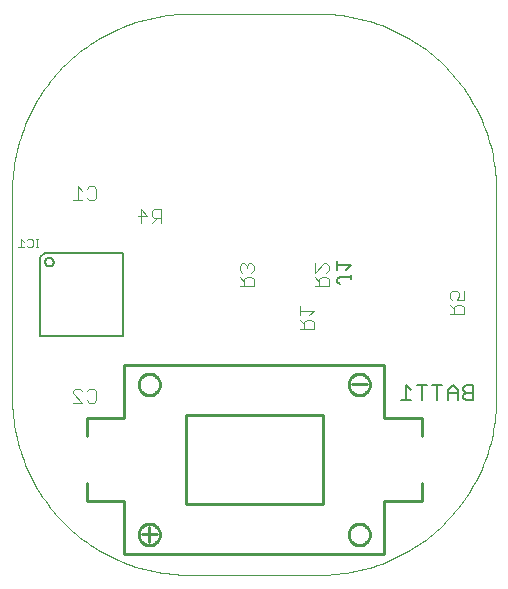
<source format=gbo>
G75*
%MOIN*%
%OFA0B0*%
%FSLAX24Y24*%
%IPPOS*%
%LPD*%
%AMOC8*
5,1,8,0,0,1.08239X$1,22.5*
%
%ADD10C,0.0000*%
%ADD11C,0.0040*%
%ADD12C,0.0060*%
%ADD13C,0.0030*%
%ADD14C,0.0100*%
%ADD15C,0.0070*%
%ADD16C,0.0050*%
D10*
X002589Y006965D02*
X002589Y013855D01*
X002591Y014007D01*
X002597Y014159D01*
X002607Y014311D01*
X002620Y014462D01*
X002638Y014613D01*
X002659Y014764D01*
X002685Y014914D01*
X002714Y015063D01*
X002747Y015212D01*
X002784Y015359D01*
X002824Y015506D01*
X002869Y015651D01*
X002917Y015795D01*
X002969Y015938D01*
X003024Y016080D01*
X003083Y016220D01*
X003146Y016359D01*
X003212Y016496D01*
X003282Y016631D01*
X003355Y016764D01*
X003432Y016895D01*
X003512Y017025D01*
X003595Y017152D01*
X003681Y017277D01*
X003771Y017400D01*
X003864Y017520D01*
X003960Y017638D01*
X004059Y017754D01*
X004161Y017867D01*
X004265Y017977D01*
X004373Y018085D01*
X004483Y018189D01*
X004596Y018291D01*
X004712Y018390D01*
X004830Y018486D01*
X004950Y018579D01*
X005073Y018669D01*
X005198Y018755D01*
X005325Y018838D01*
X005455Y018918D01*
X005586Y018995D01*
X005719Y019068D01*
X005854Y019138D01*
X005991Y019204D01*
X006130Y019267D01*
X006270Y019326D01*
X006412Y019381D01*
X006555Y019433D01*
X006699Y019481D01*
X006844Y019526D01*
X006991Y019566D01*
X007138Y019603D01*
X007287Y019636D01*
X007436Y019665D01*
X007586Y019691D01*
X007737Y019712D01*
X007888Y019730D01*
X008039Y019743D01*
X008191Y019753D01*
X008343Y019759D01*
X008495Y019761D01*
X008495Y019760D02*
X012825Y019760D01*
X012825Y019761D02*
X012977Y019759D01*
X013129Y019753D01*
X013281Y019743D01*
X013432Y019730D01*
X013583Y019712D01*
X013734Y019691D01*
X013884Y019665D01*
X014033Y019636D01*
X014182Y019603D01*
X014329Y019566D01*
X014476Y019526D01*
X014621Y019481D01*
X014765Y019433D01*
X014908Y019381D01*
X015050Y019326D01*
X015190Y019267D01*
X015329Y019204D01*
X015466Y019138D01*
X015601Y019068D01*
X015734Y018995D01*
X015865Y018918D01*
X015995Y018838D01*
X016122Y018755D01*
X016247Y018669D01*
X016370Y018579D01*
X016490Y018486D01*
X016608Y018390D01*
X016724Y018291D01*
X016837Y018189D01*
X016947Y018085D01*
X017055Y017977D01*
X017159Y017867D01*
X017261Y017754D01*
X017360Y017638D01*
X017456Y017520D01*
X017549Y017400D01*
X017639Y017277D01*
X017725Y017152D01*
X017808Y017025D01*
X017888Y016895D01*
X017965Y016764D01*
X018038Y016631D01*
X018108Y016496D01*
X018174Y016359D01*
X018237Y016220D01*
X018296Y016080D01*
X018351Y015938D01*
X018403Y015795D01*
X018451Y015651D01*
X018496Y015506D01*
X018536Y015359D01*
X018573Y015212D01*
X018606Y015063D01*
X018635Y014914D01*
X018661Y014764D01*
X018682Y014613D01*
X018700Y014462D01*
X018713Y014311D01*
X018723Y014159D01*
X018729Y014007D01*
X018731Y013855D01*
X018731Y006965D01*
X018729Y006813D01*
X018723Y006661D01*
X018713Y006509D01*
X018700Y006358D01*
X018682Y006207D01*
X018661Y006056D01*
X018635Y005906D01*
X018606Y005757D01*
X018573Y005608D01*
X018536Y005461D01*
X018496Y005314D01*
X018451Y005169D01*
X018403Y005025D01*
X018351Y004882D01*
X018296Y004740D01*
X018237Y004600D01*
X018174Y004461D01*
X018108Y004324D01*
X018038Y004189D01*
X017965Y004056D01*
X017888Y003925D01*
X017808Y003795D01*
X017725Y003668D01*
X017639Y003543D01*
X017549Y003420D01*
X017456Y003300D01*
X017360Y003182D01*
X017261Y003066D01*
X017159Y002953D01*
X017055Y002843D01*
X016947Y002735D01*
X016837Y002631D01*
X016724Y002529D01*
X016608Y002430D01*
X016490Y002334D01*
X016370Y002241D01*
X016247Y002151D01*
X016122Y002065D01*
X015995Y001982D01*
X015865Y001902D01*
X015734Y001825D01*
X015601Y001752D01*
X015466Y001682D01*
X015329Y001616D01*
X015190Y001553D01*
X015050Y001494D01*
X014908Y001439D01*
X014765Y001387D01*
X014621Y001339D01*
X014476Y001294D01*
X014329Y001254D01*
X014182Y001217D01*
X014033Y001184D01*
X013884Y001155D01*
X013734Y001129D01*
X013583Y001108D01*
X013432Y001090D01*
X013281Y001077D01*
X013129Y001067D01*
X012977Y001061D01*
X012825Y001059D01*
X012825Y001060D02*
X008495Y001060D01*
X008495Y001059D02*
X008343Y001061D01*
X008191Y001067D01*
X008039Y001077D01*
X007888Y001090D01*
X007737Y001108D01*
X007586Y001129D01*
X007436Y001155D01*
X007287Y001184D01*
X007138Y001217D01*
X006991Y001254D01*
X006844Y001294D01*
X006699Y001339D01*
X006555Y001387D01*
X006412Y001439D01*
X006270Y001494D01*
X006130Y001553D01*
X005991Y001616D01*
X005854Y001682D01*
X005719Y001752D01*
X005586Y001825D01*
X005455Y001902D01*
X005325Y001982D01*
X005198Y002065D01*
X005073Y002151D01*
X004950Y002241D01*
X004830Y002334D01*
X004712Y002430D01*
X004596Y002529D01*
X004483Y002631D01*
X004373Y002735D01*
X004265Y002843D01*
X004161Y002953D01*
X004059Y003066D01*
X003960Y003182D01*
X003864Y003300D01*
X003771Y003420D01*
X003681Y003543D01*
X003595Y003668D01*
X003512Y003795D01*
X003432Y003925D01*
X003355Y004056D01*
X003282Y004189D01*
X003212Y004324D01*
X003146Y004461D01*
X003083Y004600D01*
X003024Y004740D01*
X002969Y004882D01*
X002917Y005025D01*
X002869Y005169D01*
X002824Y005314D01*
X002784Y005461D01*
X002747Y005608D01*
X002714Y005757D01*
X002685Y005906D01*
X002659Y006056D01*
X002638Y006207D01*
X002620Y006358D01*
X002607Y006509D01*
X002597Y006661D01*
X002591Y006813D01*
X002589Y006965D01*
D11*
X004623Y007112D02*
X004623Y007189D01*
X004699Y007265D01*
X004853Y007265D01*
X004930Y007189D01*
X005083Y007189D02*
X005160Y007265D01*
X005313Y007265D01*
X005390Y007189D01*
X005390Y006882D01*
X005313Y006805D01*
X005160Y006805D01*
X005083Y006882D01*
X004930Y006805D02*
X004623Y007112D01*
X004623Y006805D02*
X004930Y006805D01*
X010180Y010680D02*
X010640Y010680D01*
X010640Y010910D01*
X010564Y010987D01*
X010410Y010987D01*
X010333Y010910D01*
X010333Y010680D01*
X010333Y010833D02*
X010180Y010987D01*
X010257Y011140D02*
X010180Y011217D01*
X010180Y011371D01*
X010257Y011447D01*
X010333Y011447D01*
X010410Y011371D01*
X010410Y011294D01*
X010410Y011371D02*
X010487Y011447D01*
X010564Y011447D01*
X010640Y011371D01*
X010640Y011217D01*
X010564Y011140D01*
X012180Y010027D02*
X012180Y009720D01*
X012180Y009873D02*
X012640Y009873D01*
X012487Y009720D01*
X012564Y009566D02*
X012410Y009566D01*
X012333Y009489D01*
X012333Y009259D01*
X012180Y009259D02*
X012640Y009259D01*
X012640Y009489D01*
X012564Y009566D01*
X012333Y009413D02*
X012180Y009566D01*
X012680Y010680D02*
X013140Y010680D01*
X013140Y010910D01*
X013064Y010987D01*
X012910Y010987D01*
X012833Y010910D01*
X012833Y010680D01*
X012833Y010833D02*
X012680Y010987D01*
X012680Y011140D02*
X012987Y011447D01*
X013064Y011447D01*
X013140Y011371D01*
X013140Y011217D01*
X013064Y011140D01*
X012680Y011140D02*
X012680Y011447D01*
X017180Y010450D02*
X017180Y010296D01*
X017257Y010220D01*
X017410Y010220D02*
X017487Y010373D01*
X017487Y010450D01*
X017410Y010527D01*
X017257Y010527D01*
X017180Y010450D01*
X017410Y010220D02*
X017640Y010220D01*
X017640Y010527D01*
X017564Y010066D02*
X017410Y010066D01*
X017333Y009989D01*
X017333Y009759D01*
X017180Y009759D02*
X017640Y009759D01*
X017640Y009989D01*
X017564Y010066D01*
X017333Y009913D02*
X017180Y010066D01*
X007561Y012805D02*
X007561Y013265D01*
X007331Y013265D01*
X007254Y013189D01*
X007254Y013035D01*
X007331Y012958D01*
X007561Y012958D01*
X007407Y012958D02*
X007254Y012805D01*
X007100Y013035D02*
X006793Y013035D01*
X006870Y012805D02*
X006870Y013265D01*
X007100Y013035D01*
X005390Y013632D02*
X005313Y013555D01*
X005160Y013555D01*
X005083Y013632D01*
X004930Y013555D02*
X004623Y013555D01*
X004776Y013555D02*
X004776Y014015D01*
X004930Y013862D01*
X005083Y013939D02*
X005160Y014015D01*
X005313Y014015D01*
X005390Y013939D01*
X005390Y013632D01*
D12*
X006290Y011790D02*
X003670Y011790D01*
X003530Y011650D01*
X003530Y009030D01*
X006290Y009030D01*
X006290Y011790D01*
X003689Y011490D02*
X003691Y011513D01*
X003697Y011536D01*
X003706Y011557D01*
X003719Y011577D01*
X003735Y011594D01*
X003753Y011608D01*
X003773Y011619D01*
X003795Y011627D01*
X003818Y011631D01*
X003842Y011631D01*
X003865Y011627D01*
X003887Y011619D01*
X003907Y011608D01*
X003925Y011594D01*
X003941Y011577D01*
X003954Y011557D01*
X003963Y011536D01*
X003969Y011513D01*
X003971Y011490D01*
X003969Y011467D01*
X003963Y011444D01*
X003954Y011423D01*
X003941Y011403D01*
X003925Y011386D01*
X003907Y011372D01*
X003887Y011361D01*
X003865Y011353D01*
X003842Y011349D01*
X003818Y011349D01*
X003795Y011353D01*
X003773Y011361D01*
X003753Y011372D01*
X003735Y011386D01*
X003719Y011403D01*
X003706Y011423D01*
X003697Y011444D01*
X003691Y011467D01*
X003689Y011490D01*
D13*
X003466Y011980D02*
X003369Y011980D01*
X003417Y011980D02*
X003417Y012270D01*
X003369Y012270D02*
X003466Y012270D01*
X003269Y012222D02*
X003269Y012028D01*
X003221Y011980D01*
X003124Y011980D01*
X003076Y012028D01*
X002975Y011980D02*
X002781Y011980D01*
X002878Y011980D02*
X002878Y012270D01*
X002975Y012173D01*
X003076Y012222D02*
X003124Y012270D01*
X003221Y012270D01*
X003269Y012222D01*
D14*
X005069Y003532D02*
X006329Y003532D01*
X006329Y001760D01*
X014991Y001760D01*
X014991Y003532D01*
X016251Y003532D01*
X016251Y004123D01*
X016251Y005697D02*
X016251Y006288D01*
X014991Y006288D01*
X014991Y008060D01*
X006329Y008060D01*
X006329Y006288D01*
X005069Y006288D01*
X005069Y005697D01*
X005069Y004123D02*
X005069Y003532D01*
X006910Y002410D02*
X007410Y002410D01*
X006806Y002410D02*
X006808Y002447D01*
X006814Y002484D01*
X006823Y002519D01*
X006837Y002554D01*
X006853Y002587D01*
X006874Y002618D01*
X006897Y002647D01*
X006923Y002673D01*
X006952Y002696D01*
X006983Y002717D01*
X007016Y002733D01*
X007051Y002747D01*
X007086Y002756D01*
X007123Y002762D01*
X007160Y002764D01*
X007197Y002762D01*
X007234Y002756D01*
X007269Y002747D01*
X007304Y002733D01*
X007337Y002717D01*
X007368Y002696D01*
X007397Y002673D01*
X007423Y002647D01*
X007446Y002618D01*
X007467Y002587D01*
X007483Y002554D01*
X007497Y002519D01*
X007506Y002484D01*
X007512Y002447D01*
X007514Y002410D01*
X007512Y002373D01*
X007506Y002336D01*
X007497Y002301D01*
X007483Y002266D01*
X007467Y002233D01*
X007446Y002202D01*
X007423Y002173D01*
X007397Y002147D01*
X007368Y002124D01*
X007337Y002103D01*
X007304Y002087D01*
X007269Y002073D01*
X007234Y002064D01*
X007197Y002058D01*
X007160Y002056D01*
X007123Y002058D01*
X007086Y002064D01*
X007051Y002073D01*
X007016Y002087D01*
X006983Y002103D01*
X006952Y002124D01*
X006923Y002147D01*
X006897Y002173D01*
X006874Y002202D01*
X006853Y002233D01*
X006837Y002266D01*
X006823Y002301D01*
X006814Y002336D01*
X006808Y002373D01*
X006806Y002410D01*
X007160Y002160D02*
X007160Y002660D01*
X008377Y003414D02*
X012943Y003414D01*
X012943Y006406D01*
X008377Y006406D01*
X008377Y003414D01*
X006806Y007410D02*
X006808Y007447D01*
X006814Y007484D01*
X006823Y007519D01*
X006837Y007554D01*
X006853Y007587D01*
X006874Y007618D01*
X006897Y007647D01*
X006923Y007673D01*
X006952Y007696D01*
X006983Y007717D01*
X007016Y007733D01*
X007051Y007747D01*
X007086Y007756D01*
X007123Y007762D01*
X007160Y007764D01*
X007197Y007762D01*
X007234Y007756D01*
X007269Y007747D01*
X007304Y007733D01*
X007337Y007717D01*
X007368Y007696D01*
X007397Y007673D01*
X007423Y007647D01*
X007446Y007618D01*
X007467Y007587D01*
X007483Y007554D01*
X007497Y007519D01*
X007506Y007484D01*
X007512Y007447D01*
X007514Y007410D01*
X007512Y007373D01*
X007506Y007336D01*
X007497Y007301D01*
X007483Y007266D01*
X007467Y007233D01*
X007446Y007202D01*
X007423Y007173D01*
X007397Y007147D01*
X007368Y007124D01*
X007337Y007103D01*
X007304Y007087D01*
X007269Y007073D01*
X007234Y007064D01*
X007197Y007058D01*
X007160Y007056D01*
X007123Y007058D01*
X007086Y007064D01*
X007051Y007073D01*
X007016Y007087D01*
X006983Y007103D01*
X006952Y007124D01*
X006923Y007147D01*
X006897Y007173D01*
X006874Y007202D01*
X006853Y007233D01*
X006837Y007266D01*
X006823Y007301D01*
X006814Y007336D01*
X006808Y007373D01*
X006806Y007410D01*
X013910Y007410D02*
X014410Y007410D01*
X013806Y007410D02*
X013808Y007447D01*
X013814Y007484D01*
X013823Y007519D01*
X013837Y007554D01*
X013853Y007587D01*
X013874Y007618D01*
X013897Y007647D01*
X013923Y007673D01*
X013952Y007696D01*
X013983Y007717D01*
X014016Y007733D01*
X014051Y007747D01*
X014086Y007756D01*
X014123Y007762D01*
X014160Y007764D01*
X014197Y007762D01*
X014234Y007756D01*
X014269Y007747D01*
X014304Y007733D01*
X014337Y007717D01*
X014368Y007696D01*
X014397Y007673D01*
X014423Y007647D01*
X014446Y007618D01*
X014467Y007587D01*
X014483Y007554D01*
X014497Y007519D01*
X014506Y007484D01*
X014512Y007447D01*
X014514Y007410D01*
X014512Y007373D01*
X014506Y007336D01*
X014497Y007301D01*
X014483Y007266D01*
X014467Y007233D01*
X014446Y007202D01*
X014423Y007173D01*
X014397Y007147D01*
X014368Y007124D01*
X014337Y007103D01*
X014304Y007087D01*
X014269Y007073D01*
X014234Y007064D01*
X014197Y007058D01*
X014160Y007056D01*
X014123Y007058D01*
X014086Y007064D01*
X014051Y007073D01*
X014016Y007087D01*
X013983Y007103D01*
X013952Y007124D01*
X013923Y007147D01*
X013897Y007173D01*
X013874Y007202D01*
X013853Y007233D01*
X013837Y007266D01*
X013823Y007301D01*
X013814Y007336D01*
X013808Y007373D01*
X013806Y007410D01*
X013806Y002410D02*
X013808Y002447D01*
X013814Y002484D01*
X013823Y002519D01*
X013837Y002554D01*
X013853Y002587D01*
X013874Y002618D01*
X013897Y002647D01*
X013923Y002673D01*
X013952Y002696D01*
X013983Y002717D01*
X014016Y002733D01*
X014051Y002747D01*
X014086Y002756D01*
X014123Y002762D01*
X014160Y002764D01*
X014197Y002762D01*
X014234Y002756D01*
X014269Y002747D01*
X014304Y002733D01*
X014337Y002717D01*
X014368Y002696D01*
X014397Y002673D01*
X014423Y002647D01*
X014446Y002618D01*
X014467Y002587D01*
X014483Y002554D01*
X014497Y002519D01*
X014506Y002484D01*
X014512Y002447D01*
X014514Y002410D01*
X014512Y002373D01*
X014506Y002336D01*
X014497Y002301D01*
X014483Y002266D01*
X014467Y002233D01*
X014446Y002202D01*
X014423Y002173D01*
X014397Y002147D01*
X014368Y002124D01*
X014337Y002103D01*
X014304Y002087D01*
X014269Y002073D01*
X014234Y002064D01*
X014197Y002058D01*
X014160Y002056D01*
X014123Y002058D01*
X014086Y002064D01*
X014051Y002073D01*
X014016Y002087D01*
X013983Y002103D01*
X013952Y002124D01*
X013923Y002147D01*
X013897Y002173D01*
X013874Y002202D01*
X013853Y002233D01*
X013837Y002266D01*
X013823Y002301D01*
X013814Y002336D01*
X013808Y002373D01*
X013806Y002410D01*
D15*
X015564Y006885D02*
X015891Y006885D01*
X015727Y006885D02*
X015727Y007375D01*
X015891Y007212D01*
X016079Y007375D02*
X016406Y007375D01*
X016243Y007375D02*
X016243Y006885D01*
X016758Y006885D02*
X016758Y007375D01*
X016595Y007375D02*
X016922Y007375D01*
X017111Y007212D02*
X017111Y006885D01*
X017111Y007130D02*
X017438Y007130D01*
X017438Y007212D02*
X017274Y007375D01*
X017111Y007212D01*
X017438Y007212D02*
X017438Y006885D01*
X017626Y006967D02*
X017708Y006885D01*
X017953Y006885D01*
X017953Y007375D01*
X017708Y007375D01*
X017626Y007294D01*
X017626Y007212D01*
X017708Y007130D01*
X017953Y007130D01*
X017708Y007130D02*
X017626Y007048D01*
X017626Y006967D01*
D16*
X013885Y010914D02*
X013885Y011064D01*
X013885Y010989D02*
X013510Y010989D01*
X013435Y010914D01*
X013435Y010839D01*
X013510Y010764D01*
X013435Y011225D02*
X013435Y011525D01*
X013435Y011375D02*
X013885Y011375D01*
X013735Y011225D01*
M02*

</source>
